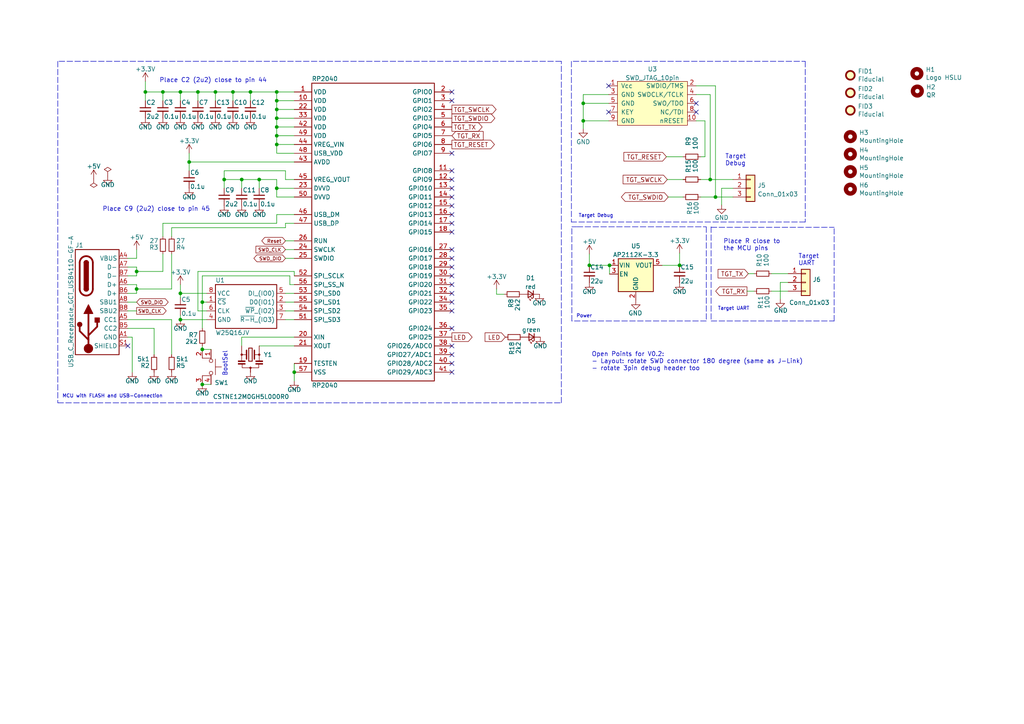
<source format=kicad_sch>
(kicad_sch (version 20211123) (generator eeschema)
  (paper "A4")
  (title_block (title "PicoLink") (date "2023-02-27") (rev "V0.1") (company "HSLU"))
  (lib_symbols
    (symbol "Connector_Generic:Conn_01x03" (pin_names (offset 1.016) hide)
      (property "Reference" "J" (at 0 5.08 0))
      (property "Value" "Conn_01x03" (at 0 -5.08 0))
      (symbol "Conn_01x03_1_1"
        (pin passive line (at -5.08 2.54 0) (length 3.81) (name "Pin_1") (number "1"))
        (pin passive line (at -5.08 0 0) (length 3.81) (name "Pin_2") (number "2"))
        (pin passive line (at -5.08 -2.54 0) (length 3.81) (name "Pin_3") (number "3"))
      )
    )
    (symbol "Device:C_Small" (pin_numbers hide) (pin_names (offset 0.254) hide)
      (property "Reference" "C" (at 0.254 1.778 0))
      (property "Value" "C_Small" (at 0.254 -2.032 0))
      (symbol "C_Small_1_1"
        (pin passive line (at 0 2.54 270) (length 2.032) (name "~") (number "1"))
        (pin passive line (at 0 -2.54 90) (length 2.032) (name "~") (number "2"))
      )
    )
    (symbol "Device:LED_Small" (pin_numbers hide) (pin_names (offset 0.254) hide)
      (property "Reference" "D" (at -1.27 3.175 0))
      (property "Value" "LED_Small" (at -4.445 -2.54 0))
      (symbol "LED_Small_1_1"
        (pin passive line (at -2.54 0 0) (length 1.778) (name "K") (number "1"))
        (pin passive line (at 2.54 0 180) (length 1.778) (name "A") (number "2"))
      )
    )
    (symbol "Device:R_Small" (pin_numbers hide) (pin_names (offset 0.254) hide)
      (property "Reference" "R" (at 0.762 0.508 0))
      (property "Value" "R_Small" (at 0.762 -1.016 0))
      (symbol "R_Small_1_1"
        (pin passive line (at 0 2.54 270) (length 0.762) (name "~") (number "1"))
        (pin passive line (at 0 -2.54 90) (length 0.762) (name "~") (number "2"))
      )
    )
    (symbol "McuOnEclipse:CSTNE12M0GH5L000R0" (pin_numbers hide) (pin_names (offset 1.016) hide)
      (property "Reference" "Y1" (at 3.81 0 0))
      (property "Value" "CSTNE12M0GH5L000R0" (at -12.7 -10.16 0))
      (symbol "CSTNE12M0GH5L000R0_1_1"
        (pin passive line (at -2.54 2.54 270) (length 1.27) (name "1") (number "1"))
        (pin passive line (at 0 -5.08 90) (length 1.27) (name "2") (number "2"))
        (pin passive line (at 2.54 2.54 270) (length 1.27) (name "3") (number "3"))
      )
    )
    (symbol "McuOnEclipse:RP2040"
      (property "Reference" "U3" (at -17.78 44.45 0))
      (property "Value" "RP2040" (at -17.78 -44.45 0))
      (symbol "RP2040_1_1"
        (pin power_in line (at -22.86 40.64 0) (length 5.08) (name "VDD") (number "1"))
        (pin power_in line (at -22.86 38.1 0) (length 5.08) (name "VDD") (number "10"))
        (pin bidirectional line (at 22.86 17.78 180) (length 5.08) (name "GPIO8") (number "11"))
        (pin bidirectional line (at 22.86 15.24 180) (length 5.08) (name "GPIO9") (number "12"))
        (pin bidirectional line (at 22.86 12.7 180) (length 5.08) (name "GPIO10") (number "13"))
        (pin bidirectional line (at 22.86 10.16 180) (length 5.08) (name "GPIO11") (number "14"))
        (pin bidirectional line (at 22.86 7.62 180) (length 5.08) (name "GPIO12") (number "15"))
        (pin bidirectional line (at 22.86 5.08 180) (length 5.08) (name "GPIO13") (number "16"))
        (pin bidirectional line (at 22.86 2.54 180) (length 5.08) (name "GPIO14") (number "17"))
        (pin bidirectional line (at 22.86 0 180) (length 5.08) (name "GPIO15") (number "18"))
        (pin passive line (at -22.86 -38.1 0) (length 5.08) (name "TESTEN") (number "19"))
        (pin bidirectional line (at 22.86 40.64 180) (length 5.08) (name "GPIO0") (number "2"))
        (pin bidirectional line (at -22.86 -30.48 0) (length 5.08) (name "XIN") (number "20"))
        (pin bidirectional line (at -22.86 -33.02 0) (length 5.08) (name "XOUT") (number "21"))
        (pin power_in line (at -22.86 35.56 0) (length 5.08) (name "VDD") (number "22"))
        (pin power_in line (at -22.86 12.7 0) (length 5.08) (name "DVVD") (number "23"))
        (pin bidirectional line (at -22.86 -5.08 0) (length 5.08) (name "SWCLK") (number "24"))
        (pin bidirectional line (at -22.86 -7.62 0) (length 5.08) (name "SWDIO") (number "25"))
        (pin bidirectional line (at -22.86 -2.54 0) (length 5.08) (name "RUN") (number "26"))
        (pin bidirectional line (at 22.86 -5.08 180) (length 5.08) (name "GPIO16") (number "27"))
        (pin bidirectional line (at 22.86 -7.62 180) (length 5.08) (name "GPIO17") (number "28"))
        (pin bidirectional line (at 22.86 -10.16 180) (length 5.08) (name "GPIO18") (number "29"))
        (pin bidirectional line (at 22.86 38.1 180) (length 5.08) (name "GPIO1") (number "3"))
        (pin bidirectional line (at 22.86 -12.7 180) (length 5.08) (name "GPIO19") (number "30"))
        (pin bidirectional line (at 22.86 -15.24 180) (length 5.08) (name "GPIO20") (number "31"))
        (pin bidirectional line (at 22.86 -17.78 180) (length 5.08) (name "GPIO21") (number "32"))
        (pin power_in line (at -22.86 33.02 0) (length 5.08) (name "VDD") (number "33"))
        (pin bidirectional line (at 22.86 -20.32 180) (length 5.08) (name "GPIO22") (number "34"))
        (pin bidirectional line (at 22.86 -22.86 180) (length 5.08) (name "GPIO23") (number "35"))
        (pin bidirectional line (at 22.86 -27.94 180) (length 5.08) (name "GPIO24") (number "36"))
        (pin bidirectional line (at 22.86 -30.48 180) (length 5.08) (name "GPIO25") (number "37"))
        (pin bidirectional line (at 22.86 -33.02 180) (length 5.08) (name "GPIO26/ADC0") (number "38"))
        (pin bidirectional line (at 22.86 -35.56 180) (length 5.08) (name "GPIO27/ADC1") (number "39"))
        (pin bidirectional line (at 22.86 35.56 180) (length 5.08) (name "GPIO2") (number "4"))
        (pin bidirectional line (at 22.86 -38.1 180) (length 5.08) (name "GPIO28/ADC2") (number "40"))
        (pin bidirectional line (at 22.86 -40.64 180) (length 5.08) (name "GPIO29/ADC3") (number "41"))
        (pin power_in line (at -22.86 30.48 0) (length 5.08) (name "VDD") (number "42"))
        (pin power_in line (at -22.86 20.32 0) (length 5.08) (name "AVDD") (number "43"))
        (pin power_in line (at -22.86 25.4 0) (length 5.08) (name "VREG_VIN") (number "44"))
        (pin power_out line (at -22.86 15.24 0) (length 5.08) (name "VREG_VOUT") (number "45"))
        (pin bidirectional line (at -22.86 5.08 0) (length 5.08) (name "USB_DM") (number "46"))
        (pin bidirectional line (at -22.86 2.54 0) (length 5.08) (name "USB_DP") (number "47"))
        (pin power_in line (at -22.86 22.86 0) (length 5.08) (name "USB_VDD") (number "48"))
        (pin power_in line (at -22.86 27.94 0) (length 5.08) (name "VDD") (number "49"))
        (pin bidirectional line (at 22.86 33.02 180) (length 5.08) (name "GPIO3") (number "5"))
        (pin power_in line (at -22.86 10.16 0) (length 5.08) (name "DVVD") (number "50"))
        (pin bidirectional line (at -22.86 -25.4 0) (length 5.08) (name "SPI_SD3") (number "51"))
        (pin bidirectional line (at -22.86 -12.7 0) (length 5.08) (name "SPI_SCLK") (number "52"))
        (pin bidirectional line (at -22.86 -17.78 0) (length 5.08) (name "SPI_SD0") (number "53"))
        (pin bidirectional line (at -22.86 -22.86 0) (length 5.08) (name "SPI_SD2") (number "54"))
        (pin bidirectional line (at -22.86 -20.32 0) (length 5.08) (name "SPI_SD1") (number "55"))
        (pin bidirectional line (at -22.86 -15.24 0) (length 5.08) (name "SPI_SS_N") (number "56"))
        (pin power_in line (at -22.86 -40.64 0) (length 5.08) (name "VSS") (number "57"))
        (pin bidirectional line (at 22.86 30.48 180) (length 5.08) (name "GPIO4") (number "6"))
        (pin bidirectional line (at 22.86 27.94 180) (length 5.08) (name "GPIO5") (number "7"))
        (pin bidirectional line (at 22.86 25.4 180) (length 5.08) (name "GPIO6") (number "8"))
        (pin bidirectional line (at 22.86 22.86 180) (length 5.08) (name "GPIO7") (number "9"))
      )
    )
    (symbol "McuOnEclipse:SWD_JTAG_10pin" (pin_names (offset 1.016))
      (property "Reference" "U" (at 10.16 12.7 0))
      (property "Value" "SWD_JTAG_10pin" (at 10.16 -2.54 0))
      (symbol "SWD_JTAG_10pin_0_0"
        (pin power_in line (at -2.54 10.16 0) (length 2.54) (name "Vcc") (number "1"))
        (pin output line (at 22.86 0 180) (length 2.54) (name "nRESET") (number "10"))
        (pin bidirectional line (at 22.86 10.16 180) (length 2.54) (name "SWDIO/TMS") (number "2"))
        (pin power_in line (at -2.54 7.62 0) (length 2.54) (name "GND") (number "3"))
        (pin output line (at 22.86 7.62 180) (length 2.54) (name "SWDCLK/TCLK") (number "4"))
        (pin power_in line (at -2.54 5.08 0) (length 2.54) (name "GND") (number "5"))
        (pin input line (at 22.86 5.08 180) (length 2.54) (name "SWO/TDO") (number "6"))
        (pin unspecified line (at -2.54 2.54 0) (length 2.54) (name "KEY") (number "7"))
        (pin output line (at 22.86 2.54 180) (length 2.54) (name "NC/TDI") (number "8"))
        (pin power_in line (at -2.54 0 0) (length 2.54) (name "GND") (number "9"))
      )
    )
    (symbol "McuOnEclipse:USB_C_Receptacle_GCT_USB4110-GF-A"
      (property "Reference" "J1" (at -5.08 16.51 0))
      (property "Value" "USB_C_Receptacle_GCT_USB4110-GF-A" (at -6.35 -19.05 90))
      (symbol "USB_C_Receptacle_GCT_USB4110-GF-A_1_1"
        (pin passive line (at 10.16 -10.16 180) (length 2.54) (name "GND") (number "A1"))
        (pin passive line (at 10.16 -10.16 180) (length 2.54) hide (name "GND") (number "A12"))
        (pin passive line (at 10.16 12.7 180) (length 2.54) (name "VBUS") (number "A4"))
        (pin bidirectional line (at 10.16 -5.08 180) (length 2.54) (name "CC1") (number "A5"))
        (pin bidirectional line (at 10.16 5.08 180) (length 2.54) (name "D+") (number "A6"))
        (pin bidirectional line (at 10.16 10.16 180) (length 2.54) (name "D-") (number "A7"))
        (pin bidirectional line (at 10.16 0 180) (length 2.54) (name "SBU1") (number "A8"))
        (pin passive line (at 10.16 12.7 180) (length 2.54) hide (name "VBUS") (number "A9"))
        (pin passive line (at 10.16 -10.16 180) (length 2.54) hide (name "GND") (number "B1"))
        (pin passive line (at 10.16 -10.16 180) (length 2.54) hide (name "GND") (number "B12"))
        (pin passive line (at 10.16 12.7 180) (length 2.54) hide (name "VBUS") (number "B4"))
        (pin bidirectional line (at 10.16 -7.62 180) (length 2.54) (name "CC2") (number "B5"))
        (pin bidirectional line (at 10.16 2.54 180) (length 2.54) (name "D+") (number "B6"))
        (pin bidirectional line (at 10.16 7.62 180) (length 2.54) (name "D-") (number "B7"))
        (pin bidirectional line (at 10.16 -2.54 180) (length 2.54) (name "SBU2") (number "B8"))
        (pin passive line (at 10.16 12.7 180) (length 2.54) hide (name "VBUS") (number "B9"))
        (pin passive line (at 10.16 -12.7 180) (length 2.54) (name "SHIELD") (number "S1"))
      )
    )
    (symbol "McuOnEclipse:W25Q16JV"
      (property "Reference" "U1" (at -8.89 7.62 0))
      (property "Value" "W25Q16JV" (at -8.89 -7.62 0))
      (symbol "W25Q16JV_1_1"
        (pin input line (at -11.43 1.27 0) (length 2.54) (name "~{CS}") (number "1"))
        (pin bidirectional line (at 11.43 1.27 180) (length 2.54) (name "D0(IO1)") (number "2"))
        (pin bidirectional line (at 11.43 -1.27 180) (length 2.54) (name "~{WP}_(IO2)") (number "3"))
        (pin power_in line (at -11.43 -3.81 0) (length 2.54) (name "GND") (number "4"))
        (pin bidirectional line (at 11.43 3.81 180) (length 2.54) (name "DI_(IO0)") (number "5"))
        (pin input line (at -11.43 -1.27 0) (length 2.54) (name "CLK") (number "6"))
        (pin bidirectional line (at 11.43 -3.81 180) (length 2.54) (name "~{R-H}_(IO3)") (number "7"))
        (pin power_in line (at -11.43 3.81 0) (length 2.54) (name "VCC") (number "8"))
        (pin free line (at 11.43 -6.35 180) (length 2.54) hide (name "") (number "9"))
      )
    )
    (symbol "Mechanical:Fiducial"
      (property "Reference" "FID" (at 0 5.08 0))
      (property "Value" "Fiducial" (at 0 3.175 0))
    )
    (symbol "Mechanical:MountingHole" (pin_names (offset 1.016))
      (property "Reference" "H" (at 0 5.08 0))
      (property "Value" "MountingHole" (at 0 3.175 0))
    )
    (symbol "Regulator_Linear:AP2112K-3.3" (pin_names (offset 0.254))
      (property "Reference" "U" (at -5.08 5.715 0))
      (property "Value" "AP2112K-3.3" (at 0 5.715 0))
      (symbol "AP2112K-3.3_1_1"
        (pin power_in line (at -7.62 2.54 0) (length 2.54) (name "VIN") (number "1"))
        (pin power_in line (at 0 -7.62 90) (length 2.54) (name "GND") (number "2"))
        (pin input line (at -7.62 0 0) (length 2.54) (name "EN") (number "3"))
        (pin no_connect line (at 5.08 0 180) (length 2.54) hide (name "NC") (number "4"))
        (pin power_out line (at 7.62 2.54 180) (length 2.54) (name "VOUT") (number "5"))
      )
    )
    (symbol "Switch:SW_MEC_5E" (pin_names (offset 1.016) hide)
      (property "Reference" "SW" (at 0.635 5.715 0))
      (property "Value" "SW_MEC_5E" (at 0 -3.175 0))
      (symbol "SW_MEC_5E_0_1"
        (pin passive line (at -5.08 2.54 0) (length 2.54) (name "1") (number "1"))
        (pin passive line (at -5.08 0 0) (length 2.54) (name "2") (number "2"))
        (pin passive line (at 5.08 0 180) (length 2.54) (name "K") (number "3"))
        (pin passive line (at 5.08 2.54 180) (length 2.54) (name "A") (number "4"))
      )
    )
    (symbol "power:+3.3V" (power) (pin_names (offset 0))
      (property "Value" "+3.3V" (at 0 3.556 0))
      (symbol "+3.3V_1_1"
        (pin power_in line (at 0 0 90) (length 0) hide (name "+3.3V") (number "1"))
      )
    )
    (symbol "power:+5V" (power) (pin_names (offset 0))
      (property "Value" "+5V" (at 0 3.556 0))
      (symbol "+5V_1_1"
        (pin power_in line (at 0 0 90) (length 0) hide (name "+5V") (number "1"))
      )
    )
    (symbol "power:GND" (power) (pin_names (offset 0))
      (property "Value" "GND" (at 0 -3.81 0))
      (symbol "GND_1_1"
        (pin power_in line (at 0 0 270) (length 0) hide (name "GND") (number "1"))
      )
    )
    (symbol "power:PWR_FLAG" (power) (pin_numbers hide) (pin_names (offset 0) hide)
      (property "Value" "PWR_FLAG" (at 0 3.81 0))
      (symbol "PWR_FLAG_0_0"
        (pin power_out line (at 0 0 90) (length 0) (name "pwr") (number "1"))
      )
    )
  )
  (junction (at 80.264 54.61))
  (junction (at 207.518 57.15))
  (junction (at 52.324 85.09))
  (junction (at 205.994 52.07))
  (junction (at 57.404 26.67))
  (junction (at 197.104 76.962))
  (junction (at 80.264 34.29))
  (junction (at 58.674 87.63))
  (junction (at 85.344 107.95))
  (junction (at 80.264 39.37))
  (junction (at 52.324 92.71))
  (junction (at 80.264 36.83))
  (junction (at 65.024 52.07))
  (junction (at 67.564 26.67))
  (junction (at 54.864 46.99))
  (junction (at 170.942 76.962))
  (junction (at 39.624 78.74))
  (junction (at 70.104 52.07))
  (junction (at 47.244 26.67))
  (junction (at 52.324 26.67))
  (junction (at 169.164 35.052))
  (junction (at 39.624 83.82))
  (junction (at 80.264 26.67))
  (junction (at 80.264 29.21))
  (junction (at 58.674 101.346))
  (junction (at 75.184 52.07))
  (junction (at 169.164 29.972))
  (junction (at 62.484 26.67))
  (junction (at 58.674 111.506))
  (junction (at 72.644 26.67))
  (junction (at 80.264 31.75))
  (junction (at 42.164 26.67))
  (junction (at 80.264 41.91))
  (junction (at 176.784 76.962))
  (no_connect (at 201.93 29.972))
  (no_connect (at 201.93 32.512))
  (no_connect (at 176.53 32.512))
  (no_connect (at 131.064 62.23))
  (no_connect (at 131.064 52.07))
  (no_connect (at 131.064 54.61))
  (no_connect (at 131.064 57.15))
  (no_connect (at 131.064 64.77))
  (no_connect (at 131.064 105.41))
  (no_connect (at 131.064 107.95))
  (no_connect (at 131.064 59.69))
  (no_connect (at 131.064 74.93))
  (no_connect (at 131.064 77.47))
  (no_connect (at 131.064 80.01))
  (no_connect (at 131.064 82.55))
  (no_connect (at 131.064 85.09))
  (no_connect (at 131.064 87.63))
  (no_connect (at 131.064 90.17))
  (no_connect (at 131.064 95.25))
  (no_connect (at 131.064 100.33))
  (no_connect (at 131.064 102.87))
  (no_connect (at 131.064 26.67))
  (no_connect (at 131.064 29.21))
  (no_connect (at 176.53 24.892))
  (no_connect (at 131.064 72.39))
  (no_connect (at 131.064 67.31))
  (no_connect (at 37.084 100.33))
  (no_connect (at 131.064 49.53))
  (no_connect (at 131.064 44.45))
  (wire (pts (xy 58.674 87.63) (xy 59.944 87.63)))
  (wire (pts (xy 223.774 79.375) (xy 228.6 79.375)))
  (wire (pts (xy 39.624 83.82) (xy 39.624 85.09)))
  (wire (pts (xy 54.864 44.45) (xy 54.864 46.99)))
  (polyline (pts (xy 165.735 17.78) (xy 165.735 64.389)))
  (wire (pts (xy 54.864 46.99) (xy 85.344 46.99)))
  (wire (pts (xy 85.344 82.55) (xy 84.074 82.55)))
  (wire (pts (xy 193.802 57.15) (xy 198.12 57.15)))
  (wire (pts (xy 38.354 97.79) (xy 37.084 97.79)))
  (wire (pts (xy 217.043 79.375) (xy 218.694 79.375)))
  (wire (pts (xy 82.804 66.04) (xy 82.804 64.77)))
  (polyline (pts (xy 16.764 17.78) (xy 16.764 116.84)))
  (wire (pts (xy 80.264 36.83) (xy 85.344 36.83)))
  (wire (pts (xy 203.2 45.466) (xy 204.47 45.466)))
  (wire (pts (xy 65.024 54.61) (xy 65.024 52.07)))
  (wire (pts (xy 85.344 97.79) (xy 70.104 97.79)))
  (wire (pts (xy 52.324 82.55) (xy 52.324 85.09)))
  (polyline (pts (xy 165.862 93.091) (xy 165.862 65.786)))
  (polyline (pts (xy 206.248 65.786) (xy 206.248 93.091)))
  (wire (pts (xy 49.784 66.04) (xy 82.804 66.04)))
  (wire (pts (xy 37.084 87.63) (xy 39.624 87.63)))
  (wire (pts (xy 80.264 31.75) (xy 85.344 31.75)))
  (wire (pts (xy 226.314 81.915) (xy 226.314 86.741)))
  (wire (pts (xy 47.244 26.67) (xy 52.324 26.67)))
  (wire (pts (xy 226.314 81.915) (xy 228.6 81.915)))
  (wire (pts (xy 176.53 27.432) (xy 169.164 27.432)))
  (wire (pts (xy 70.104 97.79) (xy 70.104 100.33)))
  (wire (pts (xy 37.084 74.93) (xy 39.624 74.93)))
  (wire (pts (xy 37.084 90.17) (xy 39.624 90.17)))
  (wire (pts (xy 80.264 34.29) (xy 85.344 34.29)))
  (wire (pts (xy 82.804 49.53) (xy 82.804 52.07)))
  (wire (pts (xy 47.244 78.74) (xy 47.244 73.66)))
  (wire (pts (xy 80.264 57.15) (xy 80.264 54.61)))
  (wire (pts (xy 52.324 85.09) (xy 52.324 86.36)))
  (wire (pts (xy 144.018 83.82) (xy 144.018 85.344)))
  (wire (pts (xy 80.264 29.21) (xy 85.344 29.21)))
  (wire (pts (xy 37.084 80.01) (xy 39.624 80.01)))
  (wire (pts (xy 42.164 29.21) (xy 42.164 26.67)))
  (wire (pts (xy 58.674 100.33) (xy 58.674 101.346)))
  (wire (pts (xy 72.644 26.67) (xy 80.264 26.67)))
  (wire (pts (xy 170.942 73.66) (xy 170.942 76.962)))
  (wire (pts (xy 85.344 57.15) (xy 80.264 57.15)))
  (wire (pts (xy 205.994 52.07) (xy 212.598 52.07)))
  (wire (pts (xy 42.164 26.67) (xy 47.244 26.67)))
  (polyline (pts (xy 206.248 65.913) (xy 241.935 65.913)))
  (wire (pts (xy 203.2 52.07) (xy 205.994 52.07)))
  (wire (pts (xy 82.804 64.77) (xy 85.344 64.77)))
  (wire (pts (xy 82.804 72.39) (xy 85.344 72.39)))
  (wire (pts (xy 49.784 68.58) (xy 49.784 66.04)))
  (wire (pts (xy 57.404 26.67) (xy 62.484 26.67)))
  (wire (pts (xy 58.674 111.506) (xy 61.214 111.506)))
  (wire (pts (xy 216.662 84.455) (xy 218.694 84.455)))
  (wire (pts (xy 67.564 26.67) (xy 67.564 29.21)))
  (wire (pts (xy 80.264 26.67) (xy 85.344 26.67)))
  (polyline (pts (xy 241.935 93.091) (xy 241.935 65.913)))
  (wire (pts (xy 80.264 39.37) (xy 80.264 36.83)))
  (wire (pts (xy 47.244 64.77) (xy 80.264 64.77)))
  (polyline (pts (xy 206.248 93.091) (xy 241.935 93.091)))
  (wire (pts (xy 85.344 44.45) (xy 80.264 44.45)))
  (wire (pts (xy 212.598 54.61) (xy 209.296 54.61)))
  (wire (pts (xy 197.104 76.962) (xy 192.024 76.962)))
  (wire (pts (xy 75.184 100.33) (xy 85.344 100.33)))
  (wire (pts (xy 85.344 107.95) (xy 85.344 110.49)))
  (wire (pts (xy 82.804 52.07) (xy 85.344 52.07)))
  (wire (pts (xy 82.804 92.71) (xy 85.344 92.71)))
  (wire (pts (xy 82.804 85.09) (xy 85.344 85.09)))
  (wire (pts (xy 176.784 79.502) (xy 176.784 76.962)))
  (wire (pts (xy 39.624 72.39) (xy 39.624 74.93)))
  (wire (pts (xy 169.164 35.052) (xy 169.164 37.338)))
  (wire (pts (xy 80.264 29.21) (xy 80.264 26.67)))
  (wire (pts (xy 65.024 52.07) (xy 70.104 52.07)))
  (wire (pts (xy 54.864 46.99) (xy 54.864 49.53)))
  (wire (pts (xy 75.184 52.07) (xy 80.264 52.07)))
  (wire (pts (xy 39.624 78.74) (xy 47.244 78.74)))
  (wire (pts (xy 193.548 52.07) (xy 198.12 52.07)))
  (wire (pts (xy 49.784 83.82) (xy 39.624 83.82)))
  (polyline (pts (xy 233.553 17.78) (xy 233.553 64.389)))
  (wire (pts (xy 58.674 101.346) (xy 61.214 101.346)))
  (wire (pts (xy 80.264 36.83) (xy 80.264 34.29)))
  (wire (pts (xy 144.018 85.344) (xy 146.304 85.344)))
  (wire (pts (xy 57.404 26.67) (xy 57.404 29.21)))
  (wire (pts (xy 204.47 45.466) (xy 204.47 35.052)))
  (polyline (pts (xy 16.764 116.84) (xy 162.814 116.84)))
  (wire (pts (xy 80.264 31.75) (xy 80.264 29.21)))
  (wire (pts (xy 80.264 54.61) (xy 85.344 54.61)))
  (wire (pts (xy 42.164 23.622) (xy 42.164 26.67)))
  (wire (pts (xy 80.264 44.45) (xy 80.264 41.91)))
  (wire (pts (xy 49.784 73.66) (xy 49.784 83.82)))
  (wire (pts (xy 82.804 69.85) (xy 85.344 69.85)))
  (wire (pts (xy 201.93 27.432) (xy 205.994 27.432)))
  (wire (pts (xy 39.624 82.55) (xy 39.624 83.82)))
  (polyline (pts (xy 204.851 65.786) (xy 204.851 93.091)))
  (polyline (pts (xy 167.386 65.786) (xy 204.851 65.786)))
  (wire (pts (xy 82.804 87.63) (xy 85.344 87.63)))
  (wire (pts (xy 80.264 54.61) (xy 80.264 52.07)))
  (polyline (pts (xy 233.553 64.389) (xy 165.735 64.389)))
  (wire (pts (xy 59.944 92.71) (xy 52.324 92.71)))
  (wire (pts (xy 37.084 85.09) (xy 39.624 85.09)))
  (wire (pts (xy 72.644 26.67) (xy 72.644 29.21)))
  (wire (pts (xy 58.674 80.01) (xy 58.674 87.63)))
  (wire (pts (xy 207.518 57.15) (xy 212.598 57.15)))
  (polyline (pts (xy 166.243 17.78) (xy 233.553 17.78)))
  (wire (pts (xy 204.47 35.052) (xy 201.93 35.052)))
  (wire (pts (xy 223.774 84.455) (xy 228.6 84.455)))
  (wire (pts (xy 59.944 85.09) (xy 52.324 85.09)))
  (wire (pts (xy 85.344 80.01) (xy 85.344 78.74)))
  (wire (pts (xy 70.104 52.07) (xy 75.184 52.07)))
  (wire (pts (xy 80.264 34.29) (xy 80.264 31.75)))
  (wire (pts (xy 169.164 27.432) (xy 169.164 29.972)))
  (wire (pts (xy 176.53 29.972) (xy 169.164 29.972)))
  (wire (pts (xy 44.704 95.25) (xy 44.704 102.87)))
  (polyline (pts (xy 165.862 65.786) (xy 167.259 65.786)))
  (wire (pts (xy 209.296 54.61) (xy 209.296 59.436)))
  (wire (pts (xy 49.784 92.71) (xy 49.784 102.87)))
  (wire (pts (xy 80.264 62.23) (xy 85.344 62.23)))
  (wire (pts (xy 57.404 78.74) (xy 57.404 90.17)))
  (wire (pts (xy 82.804 49.53) (xy 65.024 49.53)))
  (wire (pts (xy 47.244 26.67) (xy 47.244 29.21)))
  (polyline (pts (xy 162.814 17.78) (xy 16.764 17.78)))
  (wire (pts (xy 176.53 35.052) (xy 169.164 35.052)))
  (wire (pts (xy 193.294 45.466) (xy 198.12 45.466)))
  (wire (pts (xy 207.518 24.892) (xy 207.518 57.15)))
  (wire (pts (xy 37.084 82.55) (xy 39.624 82.55)))
  (wire (pts (xy 75.184 52.07) (xy 75.184 54.61)))
  (wire (pts (xy 82.804 74.93) (xy 85.344 74.93)))
  (wire (pts (xy 205.994 27.432) (xy 205.994 52.07)))
  (wire (pts (xy 37.084 77.47) (xy 39.624 77.47)))
  (wire (pts (xy 70.104 52.07) (xy 70.104 54.61)))
  (wire (pts (xy 80.264 41.91) (xy 80.264 39.37)))
  (wire (pts (xy 65.024 49.53) (xy 65.024 52.07)))
  (wire (pts (xy 37.084 92.71) (xy 49.784 92.71)))
  (wire (pts (xy 80.264 39.37) (xy 85.344 39.37)))
  (wire (pts (xy 84.074 80.01) (xy 58.674 80.01)))
  (wire (pts (xy 39.624 77.47) (xy 39.624 78.74)))
  (wire (pts (xy 62.484 26.67) (xy 67.564 26.67)))
  (wire (pts (xy 85.344 105.41) (xy 85.344 107.95)))
  (wire (pts (xy 37.084 95.25) (xy 44.704 95.25)))
  (wire (pts (xy 57.404 90.17) (xy 59.944 90.17)))
  (wire (pts (xy 201.93 24.892) (xy 207.518 24.892)))
  (wire (pts (xy 47.244 64.77) (xy 47.244 68.58)))
  (wire (pts (xy 38.354 107.95) (xy 38.354 97.79)))
  (wire (pts (xy 80.264 64.77) (xy 80.264 62.23)))
  (wire (pts (xy 82.804 90.17) (xy 85.344 90.17)))
  (wire (pts (xy 52.324 26.67) (xy 57.404 26.67)))
  (wire (pts (xy 170.942 76.962) (xy 176.784 76.962)))
  (wire (pts (xy 52.324 26.67) (xy 52.324 29.21)))
  (wire (pts (xy 169.164 29.972) (xy 169.164 35.052)))
  (wire (pts (xy 58.674 87.63) (xy 58.674 95.25)))
  (polyline (pts (xy 204.851 93.091) (xy 165.862 93.091)))
  (wire (pts (xy 39.624 78.74) (xy 39.624 80.01)))
  (wire (pts (xy 67.564 26.67) (xy 72.644 26.67)))
  (wire (pts (xy 62.484 26.67) (xy 62.484 29.21)))
  (wire (pts (xy 203.2 57.15) (xy 207.518 57.15)))
  (wire (pts (xy 57.404 78.74) (xy 85.344 78.74)))
  (wire (pts (xy 52.324 92.71) (xy 52.324 91.44)))
  (wire (pts (xy 84.074 82.55) (xy 84.074 80.01)))
  (wire (pts (xy 85.344 41.91) (xy 80.264 41.91)))
  (polyline (pts (xy 162.814 116.84) (xy 162.814 17.78)))
  (wire (pts (xy 197.104 73.406) (xy 197.104 76.962)))
  (text "Open Points for V0.2:\n- Layout: rotate SWD connector 180 degree (same as J-Link)\n- rotate 3pin debug header too" (at 171.577 107.696 0) (effects (font (size 1.27 1.27)) (justify left bottom)))
  (text "Target\nDebug" (at 210.312 48.26 0) (effects (font (size 1.27 1.27)) (justify left bottom)))
  (text "MCU with FLASH and USB-Connection" (at 18.034 115.57 0) (effects (font (size 1 1)) (justify left bottom)))
  (text "Target Debug" (at 167.767 63.246 0) (effects (font (size 1 1)) (justify left bottom)))
  (text "Target\nUART" (at 231.521 77.216 0) (effects (font (size 1.27 1.27)) (justify left bottom)))
  (text "Place R close to\nthe MCU pins" (at 209.804 72.898 0) (effects (font (size 1.27 1.27)) (justify left bottom)))
  (text "Target UART" (at 208.153 90.17 0) (effects (font (size 1 1)) (justify left bottom)))
  (text "Place C2 (2u2) close to pin 44" (at 46.228 24.13 0) (effects (font (size 1.27 1.27)) (justify left bottom)))
  (text "Place C9 (2u2) close to pin 45" (at 29.718 61.468 0) (effects (font (size 1.27 1.27)) (justify left bottom)))
  (text "Power" (at 167.132 92.329 0) (effects (font (size 1 1)) (justify left bottom)))
  (text "BootSel\n" (at 66.04 109.22 90) (effects (font (size 1.27 1.27)) (justify left bottom)))
  (global_label "TGT_RESET" (shape input) (at 193.294 45.466 180) (property "Intersheet References" "${INTERSHEET_REFS}" (effects hide)))
  (global_label "TGT_RX" (shape output) (at 216.662 84.455 180) (property "Intersheet References" "${INTERSHEET_REFS}" (effects hide)))
  (global_label "SWD_DIO" (shape bidirectional) (at 82.804 74.93 180) (effects (font (size 1 1))) (property "Intersheet References" "${INTERSHEET_REFS}" (effects hide)))
  (global_label "SWD_CLK" (shape input) (at 82.804 72.39 180) (effects (font (size 1 1))) (property "Intersheet References" "${INTERSHEET_REFS}" (effects hide)))
  (global_label "Reset" (shape bidirectional) (at 82.804 69.85 180) (effects (font (size 1 1))) (property "Intersheet References" "${INTERSHEET_REFS}" (effects hide)))
  (global_label "SWD_CLK" (shape output) (at 39.624 90.17 0) (effects (font (size 1 1))) (property "Intersheet References" "${INTERSHEET_REFS}" (effects hide)))
  (global_label "TGT_TX" (shape input) (at 217.043 79.375 180) (property "Intersheet References" "${INTERSHEET_REFS}" (effects hide)))
  (global_label "TGT_SWCLK" (shape input) (at 193.548 52.07 180) (property "Intersheet References" "${INTERSHEET_REFS}" (effects hide)))
  (global_label "TGT_SWDIO" (shape bidirectional) (at 193.802 57.15 180) (property "Intersheet References" "${INTERSHEET_REFS}" (effects hide)))
  (global_label "TGT_SWCLK" (shape output) (at 131.064 31.75 0) (property "Intersheet References" "${INTERSHEET_REFS}" (effects hide)))
  (global_label "SWD_DIO" (shape bidirectional) (at 39.624 87.63 0) (effects (font (size 1 1))) (property "Intersheet References" "${INTERSHEET_REFS}" (effects hide)))
  (global_label "TGT_SWDIO" (shape output) (at 131.064 34.29 0) (property "Intersheet References" "${INTERSHEET_REFS}" (effects hide)))
  (global_label "LED" (shape output) (at 131.064 97.79 0) (property "Intersheet References" "${INTERSHEET_REFS}" (effects hide)))
  (global_label "TGT_TX" (shape output) (at 131.064 36.83 0) (property "Intersheet References" "${INTERSHEET_REFS}" (effects hide)))
  (global_label "TGT_RESET" (shape output) (at 131.064 41.91 0) (property "Intersheet References" "${INTERSHEET_REFS}" (effects hide)))
  (global_label "LED" (shape input) (at 146.558 97.79 180) (property "Intersheet References" "${INTERSHEET_REFS}" (effects hide)))
  (global_label "TGT_RX" (shape input) (at 131.064 39.37 0) (property "Intersheet References" "${INTERSHEET_REFS}" (effects hide)))
  (symbol (lib_id "Device:R_Small") (at 200.66 52.07 90) (mirror x) (unit 1)
    (property "Reference" "R15" (at 199.644 46.228 0) (effects (justify left)))
    (property "Value" "100" (at 201.676 46.228 0) (effects (justify left)))
    (property "Footprint" "Resistor_SMD:R_0603_1608Metric" (effects hide))
    (property "MFR" "Yageo" (effects hide))
    (property "MFR#" "RC0075JR-07100RL " (effects hide))
    (property "mouser#" "603-RC0075JR-07100RL " (effects hide))
  )
  (symbol (lib_id "power:GND") (at 52.324 34.29 0) (unit 1)
    (property "Reference" "#PWR0125" (effects hide))
    (property "Value" "GND" (at 52.324 36.83 0))
  )
  (symbol (lib_id "power:GND") (at 197.104 82.042 0) (unit 1)
    (property "Reference" "#PWR03" (effects hide))
    (property "Value" "GND" (at 197.104 84.582 0))
  )
  (symbol (lib_id "power:+3.3V") (at 197.104 73.406 0) (unit 1)
    (property "Reference" "#PWR012" (effects hide))
    (property "Value" "+3.3V" (at 197.104 69.8302 0))
  )
  (symbol (lib_id "McuOnEclipse:CSTNE12M0GH5L000R0") (at 72.644 102.87 0) (unit 1)
    (property "Reference" "Y1" (at 76.454 102.87 0) (effects (justify left)))
    (property "Value" "CSTNE12M0GH5L000R0" (at 61.722 115.062 0) (effects (justify left)))
    (property "Footprint" "McuOnEclipse:Resonator_SMD_Murata_CSTxExxV-3Pin_3.0x1.1mm" (effects hide))
    (property "MFR" "muRata" (effects hide))
    (property "MFR#" "CSTNE12M0GH5L000R0" (effects hide))
    (property "mouser#" "81-CSTNE12M0GH5L000R" (effects hide))
  )
  (symbol (lib_id "Device:R_Small") (at 221.234 84.455 90) (mirror x) (unit 1)
    (property "Reference" "R11" (at 220.599 85.725 0) (effects (justify left)))
    (property "Value" "100" (at 222.504 85.725 0) (effects (justify left)))
    (property "Footprint" "Resistor_SMD:R_0603_1608Metric" (effects hide))
    (property "MFR" "Yageo" (effects hide))
    (property "MFR#" "RC0075JR-07100RL " (effects hide))
    (property "mouser#" "603-RC0075JR-07100RL " (effects hide))
  )
  (symbol (lib_id "Device:R_Small") (at 44.704 105.41 180) (unit 1)
    (property "Reference" "R2" (at 43.434 106.045 0) (effects (justify left)))
    (property "Value" "5k1" (at 43.434 104.14 0) (effects (justify left)))
    (property "Footprint" "Resistor_SMD:R_0603_1608Metric" (effects hide))
    (property "MFR" "Yageo" (effects hide))
    (property "MFR#" "RC0603JR-075K1L" (effects hide))
    (property "mouser#" "603-RC0603JR-075K1L" (effects hide))
  )
  (symbol (lib_id "Device:C_Small") (at 52.324 88.9 0) (unit 1)
    (property "Reference" "C5" (at 52.578 86.868 0) (effects (justify left)))
    (property "Value" "0.1u" (at 52.578 90.932 0) (effects (justify left)))
    (property "Footprint" "Capacitor_SMD:C_0603_1608Metric" (effects hide))
    (property "MFR" "Yageo" (effects hide))
    (property "MFR#" "CC0603KRX7R8BB104" (effects hide))
    (property "mouser#" "603-CC603KRX7R8BB104" (effects hide))
  )
  (symbol (lib_id "Device:C_Small") (at 65.024 57.15 0) (unit 1)
    (property "Reference" "C9" (at 65.278 55.118 0) (effects (justify left)))
    (property "Value" "2u2" (at 65.278 59.182 0) (effects (justify left)))
    (property "Footprint" "Capacitor_SMD:C_0603_1608Metric" (effects hide))
    (property "MFR" "Yageo" (effects hide))
    (property "MFR#" "CC0402MRX5R6BB225" (effects hide))
    (property "mouser#" "603-CC402MRX5R6BB225" (effects hide))
  )
  (symbol (lib_id "power:GND") (at 54.864 54.61 0) (unit 1)
    (property "Reference" "#PWR0106" (effects hide))
    (property "Value" "GND" (at 54.864 57.15 0))
  )
  (symbol (lib_id "Device:C_Small") (at 54.864 52.07 0) (unit 1)
    (property "Reference" "C6" (at 55.118 50.038 0) (effects (justify left)))
    (property "Value" "0.1u" (at 55.118 54.102 0) (effects (justify left)))
    (property "Footprint" "Capacitor_SMD:C_0603_1608Metric" (effects hide))
    (property "MFR" "Yageo" (effects hide))
    (property "MFR#" "CC0603KRX7R8BB104" (effects hide))
    (property "mouser#" "603-CC603KRX7R8BB104" (effects hide))
  )
  (symbol (lib_id "Device:C_Small") (at 52.324 31.75 0) (unit 1)
    (property "Reference" "C4" (at 52.578 29.718 0) (effects (justify left)))
    (property "Value" "0.1u" (at 52.578 33.782 0) (effects (justify left)))
    (property "Footprint" "Capacitor_SMD:C_0603_1608Metric" (effects hide))
    (property "MFR" "Yageo" (effects hide))
    (property "MFR#" "CC0603KRX7R8BB104" (effects hide))
    (property "mouser#" "603-CC603KRX7R8BB104" (effects hide))
  )
  (symbol (lib_id "power:GND") (at 170.942 82.042 0) (unit 1)
    (property "Reference" "#PWR01" (effects hide))
    (property "Value" "GND" (at 170.942 84.582 0))
  )
  (symbol (lib_id "power:GND") (at 58.674 111.506 0) (unit 1)
    (property "Reference" "#PWR0104" (effects hide))
    (property "Value" "GND" (at 58.674 114.046 0))
  )
  (symbol (lib_id "Switch:SW_MEC_5E") (at 58.674 106.426 270) (unit 1)
    (property "Reference" "SW1" (at 62.23 110.998 90) (effects (justify left)))
    (property "Value" "434123025826_BTN" (effects hide))
    (property "Footprint" "McuOnEclipse:434123025826_BTN" (effects hide))
    (property "Datasheet" "http://www.apem.com/int/index.php?controller=attachment&id_attachment=1371" (effects hide))
    (property "digikey#" "732-13662-1-ND" (effects hide))
    (property "MFR" "Würth Elektronik" (effects hide))
    (property "MFR#" "434123025826" (effects hide))
  )
  (symbol (lib_id "power:GND") (at 70.104 59.69 0) (unit 1)
    (property "Reference" "#PWR0108" (effects hide))
    (property "Value" "GND" (at 70.104 62.23 0))
  )
  (symbol (lib_id "power:GND") (at 184.404 87.122 0) (unit 1)
    (property "Reference" "#PWR08" (effects hide))
    (property "Value" "GND" (at 184.277 90.805 0))
  )
  (symbol (lib_id "Device:LED_Small") (at 154.178 97.79 180) (unit 1)
    (property "Reference" "D5" (at 154.1145 93.0742 0))
    (property "Value" "green" (at 154.1145 95.6111 0))
    (property "Footprint" "McuOnEclipse:LED_0603" (effects hide))
    (property "mouser#" "78-VLMTG1300-GS08" (effects hide))
    (property "MFR" "Vishay Semiconductors " (effects hide))
    (property "MFR#" "VLMTG1300-GS08 " (effects hide))
  )
  (symbol (lib_id "power:PWR_FLAG") (at 31.242 51.054 0) (unit 1)
    (property "Reference" "#FLG0101" (effects hide))
    (property "Value" "PWR_FLAG" (effects hide))
  )
  (symbol (lib_id "power:PWR_FLAG") (at 27.178 51.816 180) (unit 1)
    (property "Reference" "#FLG0102" (effects hide))
    (property "Value" "PWR_FLAG" (effects hide))
  )
  (symbol (lib_id "power:+5V") (at 27.178 51.816 0) (unit 1)
    (property "Reference" "#PWR0129" (effects hide))
    (property "Value" "+5V" (at 27.178 48.2402 0))
  )
  (symbol (lib_id "McuOnEclipse:RP2040") (at 108.204 67.31 0) (unit 1)
    (property "Reference" "RP2040" (at 90.424 22.86 0) (effects (justify left)))
    (property "Value" "RP2040" (at 90.424 111.76 0) (effects (justify left)))
    (property "Footprint" "McuOnEclipse:QFN-56-1EP_7x7mm_P0.4mm_EP3.2x3.2mm" (effects hide))
    (property "MFR" "Raspberry Pi" (effects hide))
    (property "MFR#" "RPI Chip RP2040-7-500" (effects hide))
    (property "mouser#" "358-RP2040CHIP-7-500" (effects hide))
  )
  (symbol (lib_id "Mechanical:MountingHole") (at 246.634 44.704 0) (unit 1)
    (property "Reference" "H4" (at 249.174 43.5356 0) (effects (justify left)))
    (property "Value" "MountingHole" (at 249.174 45.847 0) (effects (justify left)))
    (property "Footprint" "MountingHole:MountingHole_2.7mm_M2.5" (effects hide))
  )
  (symbol (lib_id "power:GND") (at 169.164 37.338 0) (unit 1)
    (property "Reference" "#PWR0130" (effects hide))
    (property "Value" "GND" (at 169.164 41.148 0))
  )
  (symbol (lib_id "power:GND") (at 62.484 34.29 0) (unit 1)
    (property "Reference" "#PWR0118" (effects hide))
    (property "Value" "GND" (at 62.484 36.83 0))
  )
  (symbol (lib_id "power:+3.3V") (at 144.018 83.82 0) (unit 1)
    (property "Reference" "#PWR04" (effects hide))
    (property "Value" "+3.3V" (at 144.018 80.2442 0))
  )
  (symbol (lib_id "Device:C_Small") (at 75.184 57.15 0) (unit 1)
    (property "Reference" "C8" (at 75.438 55.118 0) (effects (justify left)))
    (property "Value" "0.1u" (at 75.438 59.182 0) (effects (justify left)))
    (property "Footprint" "Capacitor_SMD:C_0603_1608Metric" (effects hide))
    (property "MFR" "Yageo" (effects hide))
    (property "MFR#" "CC0603KRX7R8BB104" (effects hide))
    (property "mouser#" "603-CC603KRX7R8BB104" (effects hide))
  )
  (symbol (lib_id "power:+3.3V") (at 52.324 82.55 0) (unit 1)
    (property "Reference" "#PWR0101" (effects hide))
    (property "Value" "+3.3V" (at 52.324 78.9742 0))
  )
  (symbol (lib_id "power:GND") (at 57.404 34.29 0) (unit 1)
    (property "Reference" "#PWR0119" (effects hide))
    (property "Value" "GND" (at 57.404 36.83 0))
  )
  (symbol (lib_id "Device:LED_Small") (at 153.924 85.344 180) (unit 1)
    (property "Reference" "D1" (at 153.8605 80.6282 0))
    (property "Value" "red" (at 153.8605 83.1651 0))
    (property "Footprint" "McuOnEclipse:LED_0603" (effects hide))
    (property "mouser#" "78-VLMS1300-GS08" (effects hide))
    (property "MFR" "Vishay Semiconductors " (effects hide))
    (property "MFR#" "VLMS1300-GS08 " (effects hide))
  )
  (symbol (lib_id "power:GND") (at 52.324 92.71 0) (unit 1)
    (property "Reference" "#PWR0102" (effects hide))
    (property "Value" "GND" (at 52.324 95.25 0))
  )
  (symbol (lib_id "Device:C_Small") (at 70.104 57.15 0) (unit 1)
    (property "Reference" "C11" (at 70.358 55.118 0) (effects (justify left)))
    (property "Value" "0.1u" (at 70.358 59.182 0) (effects (justify left)))
    (property "Footprint" "Capacitor_SMD:C_0603_1608Metric" (effects hide))
    (property "MFR" "Yageo" (effects hide))
    (property "MFR#" "CC0603KRX7R8BB104" (effects hide))
    (property "mouser#" "603-CC603KRX7R8BB104" (effects hide))
  )
  (symbol (lib_id "power:GND") (at 156.464 85.344 0) (unit 1)
    (property "Reference" "#PWR05" (effects hide))
    (property "Value" "GND" (at 156.464 87.884 0))
  )
  (symbol (lib_id "Device:R_Small") (at 49.784 71.12 0) (mirror x) (unit 1)
    (property "Reference" "R4" (at 51.054 71.755 0) (effects (justify left)))
    (property "Value" "27" (at 51.054 69.85 0) (effects (justify left)))
    (property "Footprint" "Resistor_SMD:R_0603_1608Metric" (effects hide))
    (property "MFR" "Yageo" (effects hide))
    (property "MFR#" "RC0603JR-0727RL " (effects hide))
    (property "mouser#" "603-RC0603JR-0727RL" (effects hide))
  )
  (symbol (lib_id "power:GND") (at 226.314 86.741 0) (unit 1)
    (property "Reference" "#PWR0131" (effects hide))
    (property "Value" "GND" (at 226.441 90.043 0))
  )
  (symbol (lib_id "power:GND") (at 31.242 51.054 0) (unit 1)
    (property "Reference" "#PWR0128" (effects hide))
    (property "Value" "GND" (at 31.242 53.594 0))
  )
  (symbol (lib_id "Mechanical:Fiducial") (at 246.634 26.924 0) (unit 1) (in_bom no)
    (property "Reference" "FID2" (at 248.793 25.7556 0) (effects (justify left)))
    (property "Value" "Fiducial" (at 248.793 28.067 0) (effects (justify left)))
    (property "Footprint" "Fiducial:Fiducial_1mm_Mask2mm" (effects hide))
  )
  (symbol (lib_id "power:GND") (at 44.704 107.95 0) (unit 1)
    (property "Reference" "#PWR0110" (effects hide))
    (property "Value" "GND" (at 44.704 110.49 0))
  )
  (symbol (lib_id "Device:R_Small") (at 58.674 97.79 0) (mirror y) (unit 1)
    (property "Reference" "R7" (at 57.404 97.155 0) (effects (justify left)))
    (property "Value" "2k2" (at 57.404 99.06 0) (effects (justify left)))
    (property "Footprint" "Resistor_SMD:R_0603_1608Metric" (effects hide))
    (property "MFR" "Yageo" (effects hide))
    (property "MFR#" "RC0603JR-072K2L " (effects hide))
    (property "mouser#" "603-RC0603JR-072K2L " (effects hide))
  )
  (symbol (lib_id "power:GND") (at 42.164 34.29 0) (unit 1)
    (property "Reference" "#PWR0117" (effects hide))
    (property "Value" "GND" (at 42.164 36.83 0))
  )
  (symbol (lib_id "Mechanical:Fiducial") (at 246.634 32.004 0) (unit 1) (in_bom no)
    (property "Reference" "FID3" (at 248.793 30.8356 0) (effects (justify left)))
    (property "Value" "Fiducial" (at 248.793 33.147 0) (effects (justify left)))
    (property "Footprint" "Fiducial:Fiducial_1mm_Mask2mm" (effects hide))
  )
  (symbol (lib_id "Device:C_Small") (at 72.644 31.75 0) (unit 1)
    (property "Reference" "C12" (at 72.898 29.718 0) (effects (justify left)))
    (property "Value" "0.1u" (at 72.898 33.782 0) (effects (justify left)))
    (property "Footprint" "Capacitor_SMD:C_0603_1608Metric" (effects hide))
    (property "MFR" "Yageo" (effects hide))
    (property "MFR#" "CC0603KRX7R8BB104" (effects hide))
    (property "mouser#" "603-CC603KRX7R8BB104" (effects hide))
  )
  (symbol (lib_id "Device:C_Small") (at 57.404 31.75 0) (unit 1)
    (property "Reference" "C7" (at 57.658 29.718 0) (effects (justify left)))
    (property "Value" "0.1u" (at 57.658 33.782 0) (effects (justify left)))
    (property "Footprint" "Capacitor_SMD:C_0603_1608Metric" (effects hide))
    (property "MFR" "Yageo" (effects hide))
    (property "MFR#" "CC0603KRX7R8BB104" (effects hide))
    (property "mouser#" "603-CC603KRX7R8BB104" (effects hide))
  )
  (symbol (lib_id "Connector_Generic:Conn_01x03") (at 233.68 81.915 0) (unit 1)
    (property "Reference" "J6" (at 235.712 81.0803 0) (effects (justify left)))
    (property "Value" "Conn_01x03" (at 228.854 87.757 0) (effects (justify left)))
    (property "Footprint" "Connector_PinHeader_2.54mm:PinHeader_1x03_P2.54mm_Vertical" (effects hide))
  )
  (symbol (lib_id "Device:R_Small") (at 149.098 97.79 90) (mirror x) (unit 1)
    (property "Reference" "R18" (at 148.463 99.06 0) (effects (justify left)))
    (property "Value" "2k2" (at 150.368 99.06 0) (effects (justify left)))
    (property "Footprint" "Resistor_SMD:R_0603_1608Metric" (effects hide))
    (property "MFR" "Yageo" (effects hide))
    (property "MFR#" "RC0603JR-072K2L " (effects hide))
    (property "mouser#" "603-RC0603JR-072K2L " (effects hide))
  )
  (symbol (lib_id "Device:R_Small") (at 47.244 71.12 180) (unit 1)
    (property "Reference" "R3" (at 45.974 71.755 0) (effects (justify left)))
    (property "Value" "27" (at 45.974 69.85 0) (effects (justify left)))
    (property "Footprint" "Resistor_SMD:R_0603_1608Metric" (effects hide))
    (property "MFR" "Yageo" (effects hide))
    (property "MFR#" "RC0603JR-0727RL " (effects hide))
    (property "mouser#" "603-RC0603JR-0727RL" (effects hide))
  )
  (symbol (lib_id "Device:R_Small") (at 148.844 85.344 90) (mirror x) (unit 1)
    (property "Reference" "R8" (at 148.209 86.614 0) (effects (justify left)))
    (property "Value" "2k2" (at 150.114 86.614 0) (effects (justify left)))
    (property "Footprint" "Resistor_SMD:R_0603_1608Metric" (effects hide))
    (property "MFR" "Yageo" (effects hide))
    (property "MFR#" "RC0603JR-072K2L " (effects hide))
    (property "mouser#" "603-RC0603JR-072K2L " (effects hide))
  )
  (symbol (lib_id "Device:C_Small") (at 197.104 79.502 0) (unit 1)
    (property "Reference" "C15" (at 197.358 77.47 0) (effects (justify left)))
    (property "Value" "22u" (at 197.358 81.534 0) (effects (justify left)))
    (property "Footprint" "McuOnEclipse:C_0805" (effects hide))
    (property "MFR" "Samsung" (effects hide))
    (property "MFR#" "CC0603KRX7R8BB104 " (effects hide))
    (property "mouser#" "603-CC603KRX7R8BB104 " (effects hide))
  )
  (symbol (lib_id "power:GND") (at 65.024 59.69 0) (unit 1)
    (property "Reference" "#PWR0107" (effects hide))
    (property "Value" "GND" (at 65.024 62.23 0))
  )
  (symbol (lib_id "Device:R_Small") (at 200.66 45.466 90) (mirror x) (unit 1)
    (property "Reference" "R9" (at 199.644 39.624 0) (effects (justify left)))
    (property "Value" "100" (at 201.676 39.624 0) (effects (justify left)))
    (property "Footprint" "Resistor_SMD:R_0603_1608Metric" (effects hide))
    (property "MFR" "Yageo" (effects hide))
    (property "MFR#" "RC0075JR-07100RL " (effects hide))
    (property "mouser#" "603-RC0075JR-07100RL " (effects hide))
  )
  (symbol (lib_id "Device:C_Small") (at 47.244 31.75 0) (unit 1)
    (property "Reference" "C3" (at 47.498 29.718 0) (effects (justify left)))
    (property "Value" "0.1u" (at 47.498 33.782 0) (effects (justify left)))
    (property "Footprint" "Capacitor_SMD:C_0603_1608Metric" (effects hide))
    (property "MFR" "Yageo" (effects hide))
    (property "MFR#" "CC0603KRX7R8BB104" (effects hide))
    (property "mouser#" "603-CC603KRX7R8BB104" (effects hide))
  )
  (symbol (lib_id "power:GND") (at 75.184 59.69 0) (unit 1)
    (property "Reference" "#PWR0124" (effects hide))
    (property "Value" "GND" (at 75.184 62.23 0))
  )
  (symbol (lib_id "Device:R_Small") (at 49.784 105.41 0) (mirror x) (unit 1)
    (property "Reference" "R5" (at 51.054 106.045 0) (effects (justify left)))
    (property "Value" "5k1" (at 51.054 104.14 0) (effects (justify left)))
    (property "Footprint" "Resistor_SMD:R_0603_1608Metric" (effects hide))
    (property "MFR" "Yageo" (effects hide))
    (property "MFR#" "RC0603JR-075K1L" (effects hide))
    (property "mouser#" "603-RC0603JR-075K1L" (effects hide))
  )
  (symbol (lib_id "power:GND") (at 38.354 107.95 0) (unit 1)
    (property "Reference" "#PWR0122" (effects hide))
    (property "Value" "GND" (at 38.354 110.49 0))
  )
  (symbol (lib_id "power:+5V") (at 170.942 73.66 0) (unit 1)
    (property "Reference" "#PWR02" (effects hide))
    (property "Value" "+5V" (at 170.942 70.0842 0))
  )
  (symbol (lib_id "power:+3.3V") (at 54.864 44.45 0) (unit 1)
    (property "Reference" "#PWR0115" (effects hide))
    (property "Value" "+3.3V" (at 54.864 40.8742 0))
  )
  (symbol (lib_id "power:GND") (at 72.644 107.95 0) (unit 1)
    (property "Reference" "#PWR0103" (effects hide))
    (property "Value" "GND" (at 72.644 110.49 0))
  )
  (symbol (lib_id "power:+3.3V") (at 42.164 23.622 0) (unit 1)
    (property "Reference" "#PWR0112" (effects hide))
    (property "Value" "+3.3V" (at 42.164 20.0462 0))
  )
  (symbol (lib_id "Mechanical:MountingHole") (at 265.938 21.336 0) (unit 1) (in_bom no)
    (property "Reference" "H1" (at 268.478 20.1676 0) (effects (justify left)))
    (property "Value" "Logo HSLU" (at 268.478 22.479 0) (effects (justify left)))
    (property "Footprint" "McuOnEclipse:Hochschule_Luzern_New" (effects hide))
  )
  (symbol (lib_id "power:GND") (at 47.244 34.29 0) (unit 1)
    (property "Reference" "#PWR0126" (effects hide))
    (property "Value" "GND" (at 47.244 36.83 0))
  )
  (symbol (lib_id "Device:R_Small") (at 200.66 57.15 90) (mirror x) (unit 1)
    (property "Reference" "R16" (at 200.025 58.42 0) (effects (justify left)))
    (property "Value" "100" (at 201.93 58.42 0) (effects (justify left)))
    (property "Footprint" "Resistor_SMD:R_0603_1608Metric" (effects hide))
    (property "MFR" "Yageo" (effects hide))
    (property "MFR#" "RC0075JR-07100RL " (effects hide))
    (property "mouser#" "603-RC0075JR-07100RL " (effects hide))
  )
  (symbol (lib_id "Device:C_Small") (at 67.564 31.75 0) (unit 1)
    (property "Reference" "C10" (at 67.818 29.718 0) (effects (justify left)))
    (property "Value" "0.1u" (at 67.818 33.782 0) (effects (justify left)))
    (property "Footprint" "Capacitor_SMD:C_0603_1608Metric" (effects hide))
    (property "MFR" "Yageo" (effects hide))
    (property "MFR#" "CC0603KRX7R8BB104" (effects hide))
    (property "mouser#" "603-CC603KRX7R8BB104" (effects hide))
  )
  (symbol (lib_id "power:GND") (at 49.784 107.95 0) (unit 1)
    (property "Reference" "#PWR0111" (effects hide))
    (property "Value" "GND" (at 49.784 110.49 0))
  )
  (symbol (lib_id "Device:C_Small") (at 62.484 31.75 0) (unit 1)
    (property "Reference" "C13" (at 62.738 29.718 0) (effects (justify left)))
    (property "Value" "0.1u" (at 62.738 33.782 0) (effects (justify left)))
    (property "Footprint" "Capacitor_SMD:C_0603_1608Metric" (effects hide))
    (property "MFR" "Yageo" (effects hide))
    (property "MFR#" "CC0603KRX7R8BB104" (effects hide))
    (property "mouser#" "603-CC603KRX7R8BB104" (effects hide))
  )
  (symbol (lib_id "McuOnEclipse:W25Q16JV") (at 71.374 88.9 0) (unit 1)
    (property "Reference" "U1" (at 62.484 81.28 0) (effects (justify left)))
    (property "Value" "W25Q16JV" (at 62.484 96.52 0) (effects (justify left)))
    (property "Footprint" "McuOnEclipse:USON_2x3x0.6mm" (effects hide))
    (property "MFR" "Winbond" (effects hide))
    (property "MFR#" "434123025826" (effects hide))
    (property "mouser#" "454-W25Q16JVUXIQTR" (effects hide))
  )
  (symbol (lib_id "Mechanical:MountingHole") (at 266.065 26.416 0) (unit 1) (in_bom no)
    (property "Reference" "H2" (at 268.605 25.2476 0) (effects (justify left)))
    (property "Value" "QR" (at 268.605 27.559 0) (effects (justify left)))
    (property "Footprint" "McuOnEclipse:QR_McuOnEclipse_Silkscreen" (effects hide))
  )
  (symbol (lib_id "Mechanical:Fiducial") (at 246.634 21.844 0) (unit 1) (in_bom no)
    (property "Reference" "FID1" (at 248.793 20.6756 0) (effects (justify left)))
    (property "Value" "Fiducial" (at 248.793 22.987 0) (effects (justify left)))
    (property "Footprint" "Fiducial:Fiducial_1mm_Mask2mm" (effects hide))
  )
  (symbol (lib_id "Mechanical:MountingHole") (at 246.634 54.864 0) (unit 1)
    (property "Reference" "H6" (at 249.174 53.6956 0) (effects (justify left)))
    (property "Value" "MountingHole" (at 249.174 56.007 0) (effects (justify left)))
    (property "Footprint" "MountingHole:MountingHole_2.7mm_M2.5" (effects hide))
  )
  (symbol (lib_id "Device:C_Small") (at 42.164 31.75 0) (unit 1)
    (property "Reference" "C2" (at 42.418 29.718 0) (effects (justify left)))
    (property "Value" "2u2" (at 42.418 33.782 0) (effects (justify left)))
    (property "Footprint" "Capacitor_SMD:C_0603_1608Metric" (effects hide))
    (property "MFR" "Yageo" (effects hide))
    (property "MFR#" "CC0402MRX5R6BB225" (effects hide))
    (property "mouser#" "603-CC402MRX5R6BB225" (effects hide))
  )
  (symbol (lib_id "power:GND") (at 85.344 110.49 0) (unit 1)
    (property "Reference" "#PWR0123" (effects hide))
    (property "Value" "GND" (at 85.344 113.03 0))
  )
  (symbol (lib_id "McuOnEclipse:USB_C_Receptacle_GCT_USB4110-GF-A") (at 26.924 87.63 0) (unit 1)
    (property "Reference" "J1" (at 21.844 71.12 0) (effects (justify left)))
    (property "Value" "USB_C_Receptacle_GCT_USB4110-GF-A" (at 20.574 106.68 90) (effects (justify left)))
    (property "Footprint" "McuOnEclipse:USB_C_Receptacle_GCT_USB4110-GF-A" (effects hide))
    (property "MFR" "GCT" (effects hide))
    (property "MFR#" "USB4110-GF-A" (effects hide))
    (property "mouser#" "640-USB4110-GF-A" (effects hide))
  )
  (symbol (lib_id "power:GND") (at 72.644 34.29 0) (unit 1)
    (property "Reference" "#PWR0120" (effects hide))
    (property "Value" "GND" (at 72.644 36.83 0))
  )
  (symbol (lib_id "Regulator_Linear:AP2112K-3.3") (at 184.404 79.502 0) (unit 1)
    (property "Reference" "U5" (at 184.404 71.3572 0))
    (property "Value" "AP2112K-3.3" (at 184.404 73.8941 0))
    (property "Footprint" "McuOnEclipse:IC-SOT25" (effects hide))
    (property "Datasheet" "https://www.diodes.com/assets/Datasheets/AP2112.pdf" (effects hide))
    (property "mouser#" "621-AP2112K-3.3TRG1" (effects hide))
    (property "MFR" "Diodes Incorporated " (effects hide))
    (property "MFR#" "AP2112K-3.3TRG1 " (effects hide))
  )
  (symbol (lib_id "power:GND") (at 67.564 34.29 0) (unit 1)
    (property "Reference" "#PWR0116" (effects hide))
    (property "Value" "GND" (at 67.564 36.83 0))
  )
  (symbol (lib_id "Device:R_Small") (at 221.234 79.375 90) (mirror x) (unit 1)
    (property "Reference" "R10" (at 220.218 73.533 0) (effects (justify left)))
    (property "Value" "100" (at 222.25 73.533 0) (effects (justify left)))
    (property "Footprint" "Resistor_SMD:R_0603_1608Metric" (effects hide))
    (property "MFR" "Yageo" (effects hide))
    (property "MFR#" "RC0075JR-07100RL " (effects hide))
    (property "mouser#" "603-RC0075JR-07100RL " (effects hide))
  )
  (symbol (lib_id "Mechanical:MountingHole") (at 246.634 39.624 0) (unit 1) (in_bom no)
    (property "Reference" "H3" (at 249.174 38.4556 0) (effects (justify left)))
    (property "Value" "MountingHole" (at 249.174 40.767 0) (effects (justify left)))
    (property "Footprint" "MountingHole:MountingHole_2.7mm_M2.5" (effects hide))
  )
  (symbol (lib_id "Mechanical:MountingHole") (at 246.634 49.784 0) (unit 1)
    (property "Reference" "H5" (at 249.174 48.6156 0) (effects (justify left)))
    (property "Value" "MountingHole" (at 249.174 50.927 0) (effects (justify left)))
    (property "Footprint" "MountingHole:MountingHole_2.7mm_M2.5" (effects hide))
  )
  (symbol (lib_id "power:GND") (at 209.296 59.436 0) (unit 1)
    (property "Reference" "#PWR0132" (effects hide))
    (property "Value" "GND" (at 209.296 63.119 0))
  )
  (symbol (lib_id "Device:C_Small") (at 170.942 79.502 0) (unit 1)
    (property "Reference" "C14" (at 171.196 77.47 0) (effects (justify left)))
    (property "Value" "22u" (at 171.196 81.534 0) (effects (justify left)))
    (property "Footprint" "McuOnEclipse:C_0805" (effects hide))
    (property "MFR" "Samsung" (effects hide))
    (property "MFR#" "CC0603KRX7R8BB104 " (effects hide))
    (property "mouser#" "603-CC603KRX7R8BB104 " (effects hide))
  )
  (symbol (lib_id "Connector_Generic:Conn_01x03") (at 217.678 54.61 0) (unit 1)
    (property "Reference" "J5" (at 219.71 53.7753 0) (effects (justify left)))
    (property "Value" "Conn_01x03" (at 219.71 56.3122 0) (effects (justify left)))
    (property "Footprint" "Connector_PinHeader_2.54mm:PinHeader_1x03_P2.54mm_Vertical" (effects hide))
  )
  (symbol (lib_id "power:+5V") (at 39.624 72.39 0) (unit 1)
    (property "Reference" "#PWR0105" (effects hide))
    (property "Value" "+5V" (at 39.624 68.8142 0))
  )
  (symbol (lib_id "McuOnEclipse:SWD_JTAG_10pin") (at 179.07 35.052 0) (unit 1)
    (property "Reference" "U3" (at 189.23 20.0492 0))
    (property "Value" "SWD_JTAG_10pin" (at 189.23 22.5861 0))
    (property "Footprint" "McuOnEclipse:SWD_Pin_Header_Straight_2x05_Pitch1.27mm_SMD" (effects hide))
    (property "mouser#" "649-202112100010C4LF " (effects hide))
    (property "MFR" "Amphenol FCI" (effects hide))
    (property "MFR#" "20021121-00010C4LF " (effects hide))
  )
  (symbol (lib_id "power:GND") (at 156.718 97.79 0) (unit 1)
    (property "Reference" "#PWR017" (effects hide))
    (property "Value" "GND" (at 156.718 100.33 0))
  )
)
</source>
